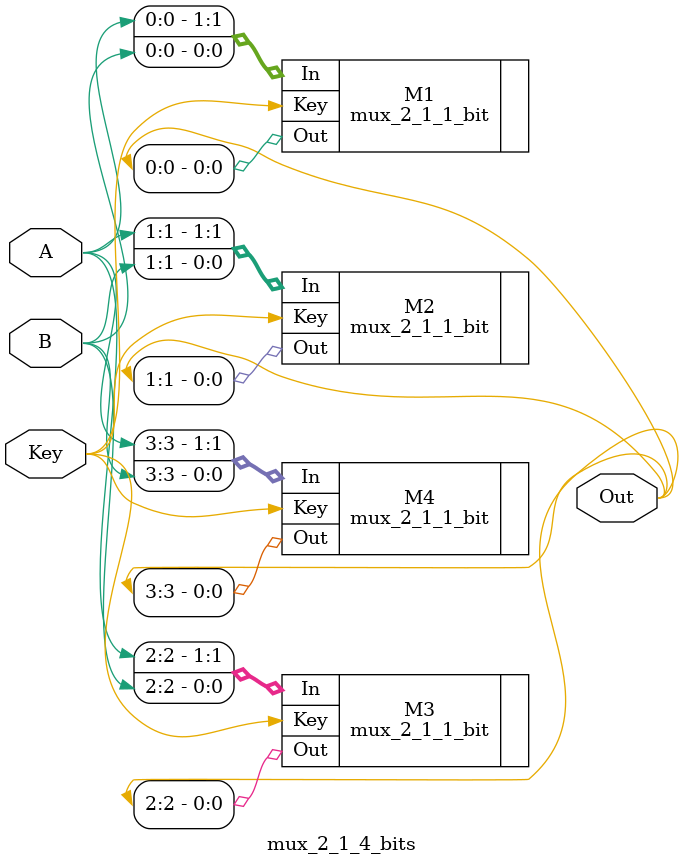
<source format=v>
module mux_2_1_4_bits (input [3:0] A, input [3:0] B, input Key, output [3:0] Out);
	mux_2_1_1_bit M1 (.In({A[0], B[0]}), .Key(Key), .Out(Out[0]));
	mux_2_1_1_bit M2 (.In({A[1], B[1]}), .Key(Key), .Out(Out[1]));
	mux_2_1_1_bit M3 (.In({A[2], B[2]}), .Key(Key), .Out(Out[2]));
	mux_2_1_1_bit M4 (.In({A[3], B[3]}), .Key(Key), .Out(Out[3]));
endmodule
</source>
